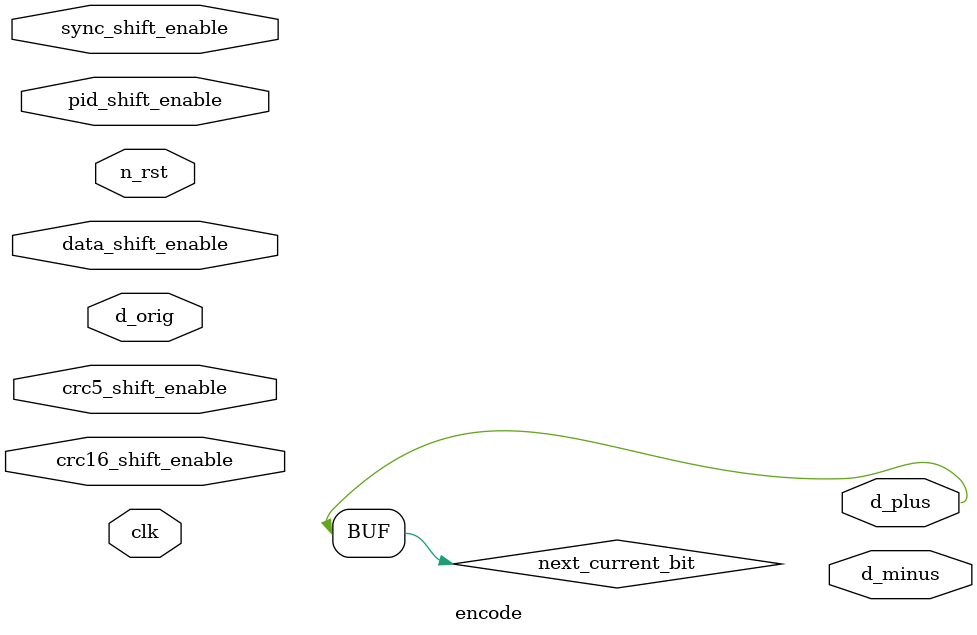
<source format=sv>

module encode
(
	input wire clk,
	input wire n_rst,
	input wire d_orig,
	input wire sync_shift_enable,
	input wire pid_shift_enable,
	input wire crc5_shift_enable,
	input wire crc16_shift_enable,
	input wire data_shift_enable,
	output wire d_plus,
	output wire d_minus
);
	reg stored_bit;
	reg next_stored_bit;
	reg current_bit;
	reg next_current_bit;
	reg d_line;


	always_ff @ (posedge clk, negedge n_rst)
	begin
		if (!n_rst)
		begin
			stored_bit <= 1;
			current_bit <= 1;
		end else begin
			stored_bit <= next_stored_bit;
			current_bit <= next_current_bit;
		end
	end
	always_comb
	begin
		if(eop)
		begin
			next_stored_bit = 1'b1;
		end else if (sync_shift_enable | pid_shift_enable | crc5_shift_enable | crc16_shift_enable | data_shift_enable) begin
			next_stored_bit = d_plus;
		end else begin
			next_stored_bit = stored_bit;
		end
	end
	assign d_line = (d_plus & !d_minus) | (!d_plus & d_minus) | (!d_plus & !d_minus);
	// assign next_stored_bit = ((sync_shift_enable | pid_shift_enable | crc5_shift_enable | crc16_shift_enable | data_shift_enable) ? (d_plus | eop) : stored_bit) | (eop ?;
	assign next_current_bit = d_plus;

	//NRZI encoding
	assign d_orig = d_line ? ((!stored_bit & current_bit) | (stored_bit & !current_bit)) : 1'bz;
endmodule
			


</source>
